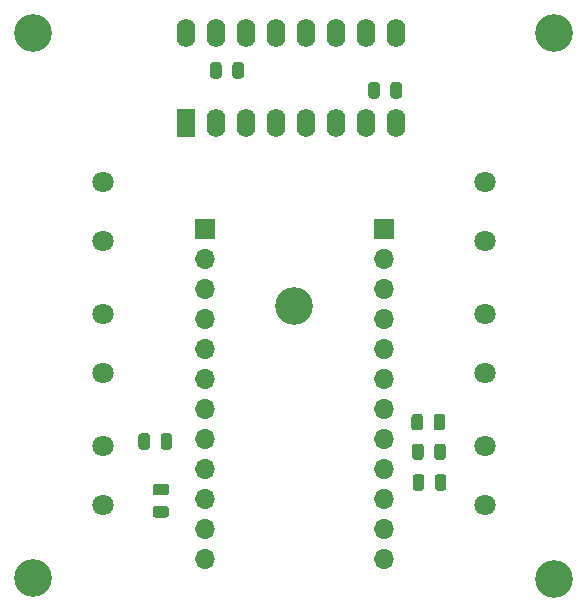
<source format=gbr>
%TF.GenerationSoftware,KiCad,Pcbnew,5.1.6-c6e7f7d~86~ubuntu18.04.1*%
%TF.CreationDate,2020-07-11T09:23:51+02:00*%
%TF.ProjectId,chickenDoor,63686963-6b65-46e4-946f-6f722e6b6963,rev?*%
%TF.SameCoordinates,Original*%
%TF.FileFunction,Soldermask,Bot*%
%TF.FilePolarity,Negative*%
%FSLAX46Y46*%
G04 Gerber Fmt 4.6, Leading zero omitted, Abs format (unit mm)*
G04 Created by KiCad (PCBNEW 5.1.6-c6e7f7d~86~ubuntu18.04.1) date 2020-07-11 09:23:51*
%MOMM*%
%LPD*%
G01*
G04 APERTURE LIST*
%ADD10C,3.200000*%
%ADD11C,1.800000*%
%ADD12R,1.600000X2.400000*%
%ADD13O,1.600000X2.400000*%
%ADD14O,1.700000X1.700000*%
%ADD15R,1.700000X1.700000*%
G04 APERTURE END LIST*
D10*
%TO.C,REF\u002A\u002A*%
X124520000Y-80490000D03*
%TD*%
%TO.C,REF\u002A\u002A*%
X146590000Y-103590000D03*
%TD*%
%TO.C,REF\u002A\u002A*%
X102440000Y-103580000D03*
%TD*%
%TO.C,REF\u002A\u002A*%
X102450000Y-57410000D03*
%TD*%
%TO.C,REF\u002A\u002A*%
X146590000Y-57410000D03*
%TD*%
%TO.C,C1*%
G36*
G01*
X117452500Y-61026250D02*
X117452500Y-60113750D01*
G75*
G02*
X117696250Y-59870000I243750J0D01*
G01*
X118183750Y-59870000D01*
G75*
G02*
X118427500Y-60113750I0J-243750D01*
G01*
X118427500Y-61026250D01*
G75*
G02*
X118183750Y-61270000I-243750J0D01*
G01*
X117696250Y-61270000D01*
G75*
G02*
X117452500Y-61026250I0J243750D01*
G01*
G37*
G36*
G01*
X119327500Y-61026250D02*
X119327500Y-60113750D01*
G75*
G02*
X119571250Y-59870000I243750J0D01*
G01*
X120058750Y-59870000D01*
G75*
G02*
X120302500Y-60113750I0J-243750D01*
G01*
X120302500Y-61026250D01*
G75*
G02*
X120058750Y-61270000I-243750J0D01*
G01*
X119571250Y-61270000D01*
G75*
G02*
X119327500Y-61026250I0J243750D01*
G01*
G37*
%TD*%
%TO.C,C2*%
G36*
G01*
X131812500Y-61793750D02*
X131812500Y-62706250D01*
G75*
G02*
X131568750Y-62950000I-243750J0D01*
G01*
X131081250Y-62950000D01*
G75*
G02*
X130837500Y-62706250I0J243750D01*
G01*
X130837500Y-61793750D01*
G75*
G02*
X131081250Y-61550000I243750J0D01*
G01*
X131568750Y-61550000D01*
G75*
G02*
X131812500Y-61793750I0J-243750D01*
G01*
G37*
G36*
G01*
X133687500Y-61793750D02*
X133687500Y-62706250D01*
G75*
G02*
X133443750Y-62950000I-243750J0D01*
G01*
X132956250Y-62950000D01*
G75*
G02*
X132712500Y-62706250I0J243750D01*
G01*
X132712500Y-61793750D01*
G75*
G02*
X132956250Y-61550000I243750J0D01*
G01*
X133443750Y-61550000D01*
G75*
G02*
X133687500Y-61793750I0J-243750D01*
G01*
G37*
%TD*%
D11*
%TO.C,J1*%
X108400000Y-75000000D03*
X108400000Y-70000000D03*
%TD*%
%TO.C,J2*%
X108400000Y-81200000D03*
X108400000Y-86200000D03*
%TD*%
%TO.C,J3*%
X108400000Y-97400000D03*
X108400000Y-92400000D03*
%TD*%
%TO.C,J4*%
X140700000Y-86200000D03*
X140700000Y-81200000D03*
%TD*%
%TO.C,J6*%
X140700000Y-92400000D03*
X140700000Y-97400000D03*
%TD*%
%TO.C,J8*%
X140700000Y-75000000D03*
X140700000Y-70000000D03*
%TD*%
%TO.C,R3*%
G36*
G01*
X111377500Y-92446250D02*
X111377500Y-91533750D01*
G75*
G02*
X111621250Y-91290000I243750J0D01*
G01*
X112108750Y-91290000D01*
G75*
G02*
X112352500Y-91533750I0J-243750D01*
G01*
X112352500Y-92446250D01*
G75*
G02*
X112108750Y-92690000I-243750J0D01*
G01*
X111621250Y-92690000D01*
G75*
G02*
X111377500Y-92446250I0J243750D01*
G01*
G37*
G36*
G01*
X113252500Y-92446250D02*
X113252500Y-91533750D01*
G75*
G02*
X113496250Y-91290000I243750J0D01*
G01*
X113983750Y-91290000D01*
G75*
G02*
X114227500Y-91533750I0J-243750D01*
G01*
X114227500Y-92446250D01*
G75*
G02*
X113983750Y-92690000I-243750J0D01*
G01*
X113496250Y-92690000D01*
G75*
G02*
X113252500Y-92446250I0J243750D01*
G01*
G37*
%TD*%
%TO.C,R4*%
G36*
G01*
X137342500Y-89893750D02*
X137342500Y-90806250D01*
G75*
G02*
X137098750Y-91050000I-243750J0D01*
G01*
X136611250Y-91050000D01*
G75*
G02*
X136367500Y-90806250I0J243750D01*
G01*
X136367500Y-89893750D01*
G75*
G02*
X136611250Y-89650000I243750J0D01*
G01*
X137098750Y-89650000D01*
G75*
G02*
X137342500Y-89893750I0J-243750D01*
G01*
G37*
G36*
G01*
X135467500Y-89893750D02*
X135467500Y-90806250D01*
G75*
G02*
X135223750Y-91050000I-243750J0D01*
G01*
X134736250Y-91050000D01*
G75*
G02*
X134492500Y-90806250I0J243750D01*
G01*
X134492500Y-89893750D01*
G75*
G02*
X134736250Y-89650000I243750J0D01*
G01*
X135223750Y-89650000D01*
G75*
G02*
X135467500Y-89893750I0J-243750D01*
G01*
G37*
%TD*%
%TO.C,R5*%
G36*
G01*
X136420000Y-93316250D02*
X136420000Y-92403750D01*
G75*
G02*
X136663750Y-92160000I243750J0D01*
G01*
X137151250Y-92160000D01*
G75*
G02*
X137395000Y-92403750I0J-243750D01*
G01*
X137395000Y-93316250D01*
G75*
G02*
X137151250Y-93560000I-243750J0D01*
G01*
X136663750Y-93560000D01*
G75*
G02*
X136420000Y-93316250I0J243750D01*
G01*
G37*
G36*
G01*
X134545000Y-93316250D02*
X134545000Y-92403750D01*
G75*
G02*
X134788750Y-92160000I243750J0D01*
G01*
X135276250Y-92160000D01*
G75*
G02*
X135520000Y-92403750I0J-243750D01*
G01*
X135520000Y-93316250D01*
G75*
G02*
X135276250Y-93560000I-243750J0D01*
G01*
X134788750Y-93560000D01*
G75*
G02*
X134545000Y-93316250I0J243750D01*
G01*
G37*
%TD*%
%TO.C,R6*%
G36*
G01*
X113726250Y-98427500D02*
X112813750Y-98427500D01*
G75*
G02*
X112570000Y-98183750I0J243750D01*
G01*
X112570000Y-97696250D01*
G75*
G02*
X112813750Y-97452500I243750J0D01*
G01*
X113726250Y-97452500D01*
G75*
G02*
X113970000Y-97696250I0J-243750D01*
G01*
X113970000Y-98183750D01*
G75*
G02*
X113726250Y-98427500I-243750J0D01*
G01*
G37*
G36*
G01*
X113726250Y-96552500D02*
X112813750Y-96552500D01*
G75*
G02*
X112570000Y-96308750I0J243750D01*
G01*
X112570000Y-95821250D01*
G75*
G02*
X112813750Y-95577500I243750J0D01*
G01*
X113726250Y-95577500D01*
G75*
G02*
X113970000Y-95821250I0J-243750D01*
G01*
X113970000Y-96308750D01*
G75*
G02*
X113726250Y-96552500I-243750J0D01*
G01*
G37*
%TD*%
%TO.C,R7*%
G36*
G01*
X134597500Y-95906250D02*
X134597500Y-94993750D01*
G75*
G02*
X134841250Y-94750000I243750J0D01*
G01*
X135328750Y-94750000D01*
G75*
G02*
X135572500Y-94993750I0J-243750D01*
G01*
X135572500Y-95906250D01*
G75*
G02*
X135328750Y-96150000I-243750J0D01*
G01*
X134841250Y-96150000D01*
G75*
G02*
X134597500Y-95906250I0J243750D01*
G01*
G37*
G36*
G01*
X136472500Y-95906250D02*
X136472500Y-94993750D01*
G75*
G02*
X136716250Y-94750000I243750J0D01*
G01*
X137203750Y-94750000D01*
G75*
G02*
X137447500Y-94993750I0J-243750D01*
G01*
X137447500Y-95906250D01*
G75*
G02*
X137203750Y-96150000I-243750J0D01*
G01*
X136716250Y-96150000D01*
G75*
G02*
X136472500Y-95906250I0J243750D01*
G01*
G37*
%TD*%
D12*
%TO.C,U1*%
X115400000Y-65060000D03*
D13*
X133180000Y-57440000D03*
X117940000Y-65060000D03*
X130640000Y-57440000D03*
X120480000Y-65060000D03*
X128100000Y-57440000D03*
X123020000Y-65060000D03*
X125560000Y-57440000D03*
X125560000Y-65060000D03*
X123020000Y-57440000D03*
X128100000Y-65060000D03*
X120480000Y-57440000D03*
X130640000Y-65060000D03*
X117940000Y-57440000D03*
X133180000Y-65060000D03*
X115400000Y-57440000D03*
%TD*%
D14*
%TO.C,J5*%
X117000000Y-101940000D03*
X117000000Y-99400000D03*
X117000000Y-96860000D03*
X117000000Y-94320000D03*
X117000000Y-91780000D03*
X117000000Y-89240000D03*
X117000000Y-86700000D03*
X117000000Y-84160000D03*
X117000000Y-81620000D03*
X117000000Y-79080000D03*
X117000000Y-76540000D03*
D15*
X117000000Y-74000000D03*
%TD*%
%TO.C,J7*%
X132200000Y-74000000D03*
D14*
X132200000Y-76540000D03*
X132200000Y-79080000D03*
X132200000Y-81620000D03*
X132200000Y-84160000D03*
X132200000Y-86700000D03*
X132200000Y-89240000D03*
X132200000Y-91780000D03*
X132200000Y-94320000D03*
X132200000Y-96860000D03*
X132200000Y-99400000D03*
X132200000Y-101940000D03*
%TD*%
M02*

</source>
